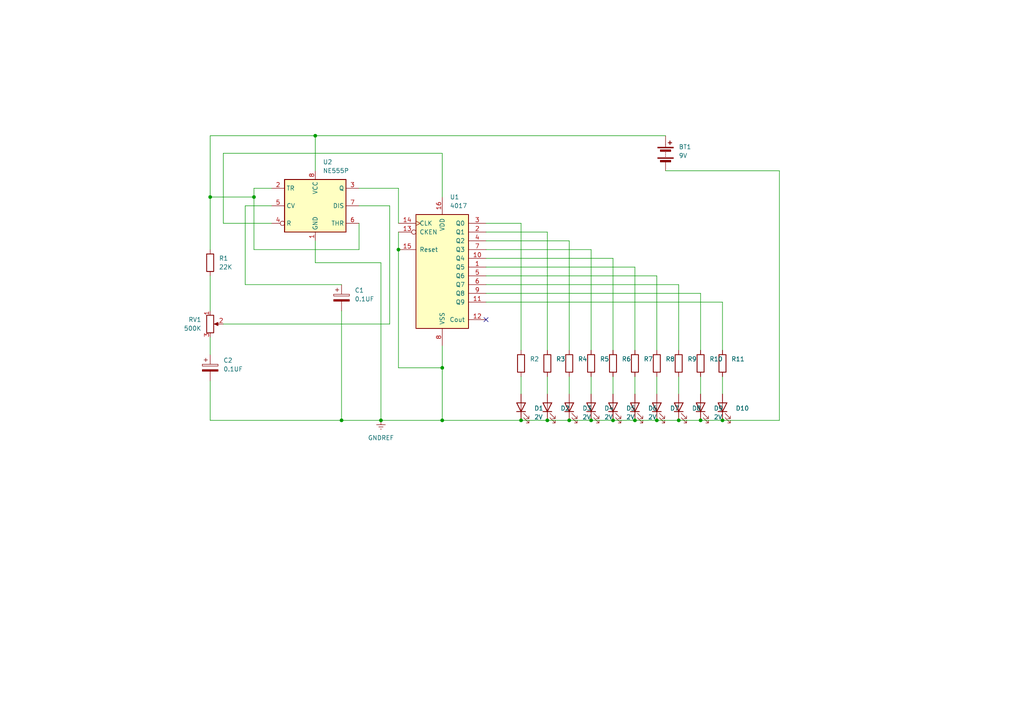
<source format=kicad_sch>
(kicad_sch
	(version 20231120)
	(generator "eeschema")
	(generator_version "8.0")
	(uuid "e7db9600-27c3-4af8-9e7b-d5aac6754b68")
	(paper "A4")
	(lib_symbols
		(symbol "4xxx:4017"
			(pin_names
				(offset 1.016)
			)
			(exclude_from_sim no)
			(in_bom yes)
			(on_board yes)
			(property "Reference" "U"
				(at -7.62 16.51 0)
				(effects
					(font
						(size 1.27 1.27)
					)
				)
			)
			(property "Value" "4017"
				(at -7.62 -19.05 0)
				(effects
					(font
						(size 1.27 1.27)
					)
				)
			)
			(property "Footprint" ""
				(at 0 0 0)
				(effects
					(font
						(size 1.27 1.27)
					)
					(hide yes)
				)
			)
			(property "Datasheet" "http://www.intersil.com/content/dam/Intersil/documents/cd40/cd4017bms-22bms.pdf"
				(at 0 0 0)
				(effects
					(font
						(size 1.27 1.27)
					)
					(hide yes)
				)
			)
			(property "Description" "Johnson Counter ( 10 outputs )"
				(at 0 0 0)
				(effects
					(font
						(size 1.27 1.27)
					)
					(hide yes)
				)
			)
			(property "ki_locked" ""
				(at 0 0 0)
				(effects
					(font
						(size 1.27 1.27)
					)
				)
			)
			(property "ki_keywords" "CNT CNT10"
				(at 0 0 0)
				(effects
					(font
						(size 1.27 1.27)
					)
					(hide yes)
				)
			)
			(property "ki_fp_filters" "DIP?16*"
				(at 0 0 0)
				(effects
					(font
						(size 1.27 1.27)
					)
					(hide yes)
				)
			)
			(symbol "4017_1_0"
				(pin output line
					(at 12.7 0 180)
					(length 5.08)
					(name "Q5"
						(effects
							(font
								(size 1.27 1.27)
							)
						)
					)
					(number "1"
						(effects
							(font
								(size 1.27 1.27)
							)
						)
					)
				)
				(pin output line
					(at 12.7 2.54 180)
					(length 5.08)
					(name "Q4"
						(effects
							(font
								(size 1.27 1.27)
							)
						)
					)
					(number "10"
						(effects
							(font
								(size 1.27 1.27)
							)
						)
					)
				)
				(pin output line
					(at 12.7 -10.16 180)
					(length 5.08)
					(name "Q9"
						(effects
							(font
								(size 1.27 1.27)
							)
						)
					)
					(number "11"
						(effects
							(font
								(size 1.27 1.27)
							)
						)
					)
				)
				(pin output line
					(at 12.7 -15.24 180)
					(length 5.08)
					(name "Cout"
						(effects
							(font
								(size 1.27 1.27)
							)
						)
					)
					(number "12"
						(effects
							(font
								(size 1.27 1.27)
							)
						)
					)
				)
				(pin input inverted
					(at -12.7 10.16 0)
					(length 5.08)
					(name "CKEN"
						(effects
							(font
								(size 1.27 1.27)
							)
						)
					)
					(number "13"
						(effects
							(font
								(size 1.27 1.27)
							)
						)
					)
				)
				(pin input clock
					(at -12.7 12.7 0)
					(length 5.08)
					(name "CLK"
						(effects
							(font
								(size 1.27 1.27)
							)
						)
					)
					(number "14"
						(effects
							(font
								(size 1.27 1.27)
							)
						)
					)
				)
				(pin input line
					(at -12.7 5.08 0)
					(length 5.08)
					(name "Reset"
						(effects
							(font
								(size 1.27 1.27)
							)
						)
					)
					(number "15"
						(effects
							(font
								(size 1.27 1.27)
							)
						)
					)
				)
				(pin power_in line
					(at 0 20.32 270)
					(length 5.08)
					(name "VDD"
						(effects
							(font
								(size 1.27 1.27)
							)
						)
					)
					(number "16"
						(effects
							(font
								(size 1.27 1.27)
							)
						)
					)
				)
				(pin output line
					(at 12.7 10.16 180)
					(length 5.08)
					(name "Q1"
						(effects
							(font
								(size 1.27 1.27)
							)
						)
					)
					(number "2"
						(effects
							(font
								(size 1.27 1.27)
							)
						)
					)
				)
				(pin output line
					(at 12.7 12.7 180)
					(length 5.08)
					(name "Q0"
						(effects
							(font
								(size 1.27 1.27)
							)
						)
					)
					(number "3"
						(effects
							(font
								(size 1.27 1.27)
							)
						)
					)
				)
				(pin output line
					(at 12.7 7.62 180)
					(length 5.08)
					(name "Q2"
						(effects
							(font
								(size 1.27 1.27)
							)
						)
					)
					(number "4"
						(effects
							(font
								(size 1.27 1.27)
							)
						)
					)
				)
				(pin output line
					(at 12.7 -2.54 180)
					(length 5.08)
					(name "Q6"
						(effects
							(font
								(size 1.27 1.27)
							)
						)
					)
					(number "5"
						(effects
							(font
								(size 1.27 1.27)
							)
						)
					)
				)
				(pin output line
					(at 12.7 -5.08 180)
					(length 5.08)
					(name "Q7"
						(effects
							(font
								(size 1.27 1.27)
							)
						)
					)
					(number "6"
						(effects
							(font
								(size 1.27 1.27)
							)
						)
					)
				)
				(pin output line
					(at 12.7 5.08 180)
					(length 5.08)
					(name "Q3"
						(effects
							(font
								(size 1.27 1.27)
							)
						)
					)
					(number "7"
						(effects
							(font
								(size 1.27 1.27)
							)
						)
					)
				)
				(pin power_in line
					(at 0 -22.86 90)
					(length 5.08)
					(name "VSS"
						(effects
							(font
								(size 1.27 1.27)
							)
						)
					)
					(number "8"
						(effects
							(font
								(size 1.27 1.27)
							)
						)
					)
				)
				(pin output line
					(at 12.7 -7.62 180)
					(length 5.08)
					(name "Q8"
						(effects
							(font
								(size 1.27 1.27)
							)
						)
					)
					(number "9"
						(effects
							(font
								(size 1.27 1.27)
							)
						)
					)
				)
			)
			(symbol "4017_1_1"
				(rectangle
					(start -7.62 15.24)
					(end 7.62 -17.78)
					(stroke
						(width 0.254)
						(type default)
					)
					(fill
						(type background)
					)
				)
			)
		)
		(symbol "Device:Battery"
			(pin_numbers hide)
			(pin_names
				(offset 0) hide)
			(exclude_from_sim no)
			(in_bom yes)
			(on_board yes)
			(property "Reference" "BT"
				(at 2.54 2.54 0)
				(effects
					(font
						(size 1.27 1.27)
					)
					(justify left)
				)
			)
			(property "Value" "Battery"
				(at 2.54 0 0)
				(effects
					(font
						(size 1.27 1.27)
					)
					(justify left)
				)
			)
			(property "Footprint" ""
				(at 0 1.524 90)
				(effects
					(font
						(size 1.27 1.27)
					)
					(hide yes)
				)
			)
			(property "Datasheet" "~"
				(at 0 1.524 90)
				(effects
					(font
						(size 1.27 1.27)
					)
					(hide yes)
				)
			)
			(property "Description" "Multiple-cell battery"
				(at 0 0 0)
				(effects
					(font
						(size 1.27 1.27)
					)
					(hide yes)
				)
			)
			(property "ki_keywords" "batt voltage-source cell"
				(at 0 0 0)
				(effects
					(font
						(size 1.27 1.27)
					)
					(hide yes)
				)
			)
			(symbol "Battery_0_1"
				(rectangle
					(start -2.286 -1.27)
					(end 2.286 -1.524)
					(stroke
						(width 0)
						(type default)
					)
					(fill
						(type outline)
					)
				)
				(rectangle
					(start -2.286 1.778)
					(end 2.286 1.524)
					(stroke
						(width 0)
						(type default)
					)
					(fill
						(type outline)
					)
				)
				(rectangle
					(start -1.524 -2.032)
					(end 1.524 -2.54)
					(stroke
						(width 0)
						(type default)
					)
					(fill
						(type outline)
					)
				)
				(rectangle
					(start -1.524 1.016)
					(end 1.524 0.508)
					(stroke
						(width 0)
						(type default)
					)
					(fill
						(type outline)
					)
				)
				(polyline
					(pts
						(xy 0 -1.016) (xy 0 -0.762)
					)
					(stroke
						(width 0)
						(type default)
					)
					(fill
						(type none)
					)
				)
				(polyline
					(pts
						(xy 0 -0.508) (xy 0 -0.254)
					)
					(stroke
						(width 0)
						(type default)
					)
					(fill
						(type none)
					)
				)
				(polyline
					(pts
						(xy 0 0) (xy 0 0.254)
					)
					(stroke
						(width 0)
						(type default)
					)
					(fill
						(type none)
					)
				)
				(polyline
					(pts
						(xy 0 1.778) (xy 0 2.54)
					)
					(stroke
						(width 0)
						(type default)
					)
					(fill
						(type none)
					)
				)
				(polyline
					(pts
						(xy 0.762 3.048) (xy 1.778 3.048)
					)
					(stroke
						(width 0.254)
						(type default)
					)
					(fill
						(type none)
					)
				)
				(polyline
					(pts
						(xy 1.27 3.556) (xy 1.27 2.54)
					)
					(stroke
						(width 0.254)
						(type default)
					)
					(fill
						(type none)
					)
				)
			)
			(symbol "Battery_1_1"
				(pin passive line
					(at 0 5.08 270)
					(length 2.54)
					(name "+"
						(effects
							(font
								(size 1.27 1.27)
							)
						)
					)
					(number "1"
						(effects
							(font
								(size 1.27 1.27)
							)
						)
					)
				)
				(pin passive line
					(at 0 -5.08 90)
					(length 2.54)
					(name "-"
						(effects
							(font
								(size 1.27 1.27)
							)
						)
					)
					(number "2"
						(effects
							(font
								(size 1.27 1.27)
							)
						)
					)
				)
			)
		)
		(symbol "Device:C_Polarized"
			(pin_numbers hide)
			(pin_names
				(offset 0.254)
			)
			(exclude_from_sim no)
			(in_bom yes)
			(on_board yes)
			(property "Reference" "C"
				(at 0.635 2.54 0)
				(effects
					(font
						(size 1.27 1.27)
					)
					(justify left)
				)
			)
			(property "Value" "C_Polarized"
				(at 0.635 -2.54 0)
				(effects
					(font
						(size 1.27 1.27)
					)
					(justify left)
				)
			)
			(property "Footprint" ""
				(at 0.9652 -3.81 0)
				(effects
					(font
						(size 1.27 1.27)
					)
					(hide yes)
				)
			)
			(property "Datasheet" "~"
				(at 0 0 0)
				(effects
					(font
						(size 1.27 1.27)
					)
					(hide yes)
				)
			)
			(property "Description" "Polarized capacitor"
				(at 0 0 0)
				(effects
					(font
						(size 1.27 1.27)
					)
					(hide yes)
				)
			)
			(property "ki_keywords" "cap capacitor"
				(at 0 0 0)
				(effects
					(font
						(size 1.27 1.27)
					)
					(hide yes)
				)
			)
			(property "ki_fp_filters" "CP_*"
				(at 0 0 0)
				(effects
					(font
						(size 1.27 1.27)
					)
					(hide yes)
				)
			)
			(symbol "C_Polarized_0_1"
				(rectangle
					(start -2.286 0.508)
					(end 2.286 1.016)
					(stroke
						(width 0)
						(type default)
					)
					(fill
						(type none)
					)
				)
				(polyline
					(pts
						(xy -1.778 2.286) (xy -0.762 2.286)
					)
					(stroke
						(width 0)
						(type default)
					)
					(fill
						(type none)
					)
				)
				(polyline
					(pts
						(xy -1.27 2.794) (xy -1.27 1.778)
					)
					(stroke
						(width 0)
						(type default)
					)
					(fill
						(type none)
					)
				)
				(rectangle
					(start 2.286 -0.508)
					(end -2.286 -1.016)
					(stroke
						(width 0)
						(type default)
					)
					(fill
						(type outline)
					)
				)
			)
			(symbol "C_Polarized_1_1"
				(pin passive line
					(at 0 3.81 270)
					(length 2.794)
					(name "~"
						(effects
							(font
								(size 1.27 1.27)
							)
						)
					)
					(number "1"
						(effects
							(font
								(size 1.27 1.27)
							)
						)
					)
				)
				(pin passive line
					(at 0 -3.81 90)
					(length 2.794)
					(name "~"
						(effects
							(font
								(size 1.27 1.27)
							)
						)
					)
					(number "2"
						(effects
							(font
								(size 1.27 1.27)
							)
						)
					)
				)
			)
		)
		(symbol "Device:LED"
			(pin_numbers hide)
			(pin_names
				(offset 1.016) hide)
			(exclude_from_sim no)
			(in_bom yes)
			(on_board yes)
			(property "Reference" "D"
				(at 0 2.54 0)
				(effects
					(font
						(size 1.27 1.27)
					)
				)
			)
			(property "Value" "LED"
				(at 0 -2.54 0)
				(effects
					(font
						(size 1.27 1.27)
					)
				)
			)
			(property "Footprint" ""
				(at 0 0 0)
				(effects
					(font
						(size 1.27 1.27)
					)
					(hide yes)
				)
			)
			(property "Datasheet" "~"
				(at 0 0 0)
				(effects
					(font
						(size 1.27 1.27)
					)
					(hide yes)
				)
			)
			(property "Description" "Light emitting diode"
				(at 0 0 0)
				(effects
					(font
						(size 1.27 1.27)
					)
					(hide yes)
				)
			)
			(property "ki_keywords" "LED diode"
				(at 0 0 0)
				(effects
					(font
						(size 1.27 1.27)
					)
					(hide yes)
				)
			)
			(property "ki_fp_filters" "LED* LED_SMD:* LED_THT:*"
				(at 0 0 0)
				(effects
					(font
						(size 1.27 1.27)
					)
					(hide yes)
				)
			)
			(symbol "LED_0_1"
				(polyline
					(pts
						(xy -1.27 -1.27) (xy -1.27 1.27)
					)
					(stroke
						(width 0.254)
						(type default)
					)
					(fill
						(type none)
					)
				)
				(polyline
					(pts
						(xy -1.27 0) (xy 1.27 0)
					)
					(stroke
						(width 0)
						(type default)
					)
					(fill
						(type none)
					)
				)
				(polyline
					(pts
						(xy 1.27 -1.27) (xy 1.27 1.27) (xy -1.27 0) (xy 1.27 -1.27)
					)
					(stroke
						(width 0.254)
						(type default)
					)
					(fill
						(type none)
					)
				)
				(polyline
					(pts
						(xy -3.048 -0.762) (xy -4.572 -2.286) (xy -3.81 -2.286) (xy -4.572 -2.286) (xy -4.572 -1.524)
					)
					(stroke
						(width 0)
						(type default)
					)
					(fill
						(type none)
					)
				)
				(polyline
					(pts
						(xy -1.778 -0.762) (xy -3.302 -2.286) (xy -2.54 -2.286) (xy -3.302 -2.286) (xy -3.302 -1.524)
					)
					(stroke
						(width 0)
						(type default)
					)
					(fill
						(type none)
					)
				)
			)
			(symbol "LED_1_1"
				(pin passive line
					(at -3.81 0 0)
					(length 2.54)
					(name "K"
						(effects
							(font
								(size 1.27 1.27)
							)
						)
					)
					(number "1"
						(effects
							(font
								(size 1.27 1.27)
							)
						)
					)
				)
				(pin passive line
					(at 3.81 0 180)
					(length 2.54)
					(name "A"
						(effects
							(font
								(size 1.27 1.27)
							)
						)
					)
					(number "2"
						(effects
							(font
								(size 1.27 1.27)
							)
						)
					)
				)
			)
		)
		(symbol "Device:R"
			(pin_numbers hide)
			(pin_names
				(offset 0)
			)
			(exclude_from_sim no)
			(in_bom yes)
			(on_board yes)
			(property "Reference" "R"
				(at 2.032 0 90)
				(effects
					(font
						(size 1.27 1.27)
					)
				)
			)
			(property "Value" "R"
				(at 0 0 90)
				(effects
					(font
						(size 1.27 1.27)
					)
				)
			)
			(property "Footprint" ""
				(at -1.778 0 90)
				(effects
					(font
						(size 1.27 1.27)
					)
					(hide yes)
				)
			)
			(property "Datasheet" "~"
				(at 0 0 0)
				(effects
					(font
						(size 1.27 1.27)
					)
					(hide yes)
				)
			)
			(property "Description" "Resistor"
				(at 0 0 0)
				(effects
					(font
						(size 1.27 1.27)
					)
					(hide yes)
				)
			)
			(property "ki_keywords" "R res resistor"
				(at 0 0 0)
				(effects
					(font
						(size 1.27 1.27)
					)
					(hide yes)
				)
			)
			(property "ki_fp_filters" "R_*"
				(at 0 0 0)
				(effects
					(font
						(size 1.27 1.27)
					)
					(hide yes)
				)
			)
			(symbol "R_0_1"
				(rectangle
					(start -1.016 -2.54)
					(end 1.016 2.54)
					(stroke
						(width 0.254)
						(type default)
					)
					(fill
						(type none)
					)
				)
			)
			(symbol "R_1_1"
				(pin passive line
					(at 0 3.81 270)
					(length 1.27)
					(name "~"
						(effects
							(font
								(size 1.27 1.27)
							)
						)
					)
					(number "1"
						(effects
							(font
								(size 1.27 1.27)
							)
						)
					)
				)
				(pin passive line
					(at 0 -3.81 90)
					(length 1.27)
					(name "~"
						(effects
							(font
								(size 1.27 1.27)
							)
						)
					)
					(number "2"
						(effects
							(font
								(size 1.27 1.27)
							)
						)
					)
				)
			)
		)
		(symbol "Device:R_Potentiometer"
			(pin_names
				(offset 1.016) hide)
			(exclude_from_sim no)
			(in_bom yes)
			(on_board yes)
			(property "Reference" "RV"
				(at -4.445 0 90)
				(effects
					(font
						(size 1.27 1.27)
					)
				)
			)
			(property "Value" "R_Potentiometer"
				(at -2.54 0 90)
				(effects
					(font
						(size 1.27 1.27)
					)
				)
			)
			(property "Footprint" ""
				(at 0 0 0)
				(effects
					(font
						(size 1.27 1.27)
					)
					(hide yes)
				)
			)
			(property "Datasheet" "~"
				(at 0 0 0)
				(effects
					(font
						(size 1.27 1.27)
					)
					(hide yes)
				)
			)
			(property "Description" "Potentiometer"
				(at 0 0 0)
				(effects
					(font
						(size 1.27 1.27)
					)
					(hide yes)
				)
			)
			(property "ki_keywords" "resistor variable"
				(at 0 0 0)
				(effects
					(font
						(size 1.27 1.27)
					)
					(hide yes)
				)
			)
			(property "ki_fp_filters" "Potentiometer*"
				(at 0 0 0)
				(effects
					(font
						(size 1.27 1.27)
					)
					(hide yes)
				)
			)
			(symbol "R_Potentiometer_0_1"
				(polyline
					(pts
						(xy 2.54 0) (xy 1.524 0)
					)
					(stroke
						(width 0)
						(type default)
					)
					(fill
						(type none)
					)
				)
				(polyline
					(pts
						(xy 1.143 0) (xy 2.286 0.508) (xy 2.286 -0.508) (xy 1.143 0)
					)
					(stroke
						(width 0)
						(type default)
					)
					(fill
						(type outline)
					)
				)
				(rectangle
					(start 1.016 2.54)
					(end -1.016 -2.54)
					(stroke
						(width 0.254)
						(type default)
					)
					(fill
						(type none)
					)
				)
			)
			(symbol "R_Potentiometer_1_1"
				(pin passive line
					(at 0 3.81 270)
					(length 1.27)
					(name "1"
						(effects
							(font
								(size 1.27 1.27)
							)
						)
					)
					(number "1"
						(effects
							(font
								(size 1.27 1.27)
							)
						)
					)
				)
				(pin passive line
					(at 3.81 0 180)
					(length 1.27)
					(name "2"
						(effects
							(font
								(size 1.27 1.27)
							)
						)
					)
					(number "2"
						(effects
							(font
								(size 1.27 1.27)
							)
						)
					)
				)
				(pin passive line
					(at 0 -3.81 90)
					(length 1.27)
					(name "3"
						(effects
							(font
								(size 1.27 1.27)
							)
						)
					)
					(number "3"
						(effects
							(font
								(size 1.27 1.27)
							)
						)
					)
				)
			)
		)
		(symbol "Timer:NE555P"
			(exclude_from_sim no)
			(in_bom yes)
			(on_board yes)
			(property "Reference" "U"
				(at -10.16 8.89 0)
				(effects
					(font
						(size 1.27 1.27)
					)
					(justify left)
				)
			)
			(property "Value" "NE555P"
				(at 2.54 8.89 0)
				(effects
					(font
						(size 1.27 1.27)
					)
					(justify left)
				)
			)
			(property "Footprint" "Package_DIP:DIP-8_W7.62mm"
				(at 16.51 -10.16 0)
				(effects
					(font
						(size 1.27 1.27)
					)
					(hide yes)
				)
			)
			(property "Datasheet" "http://www.ti.com/lit/ds/symlink/ne555.pdf"
				(at 21.59 -10.16 0)
				(effects
					(font
						(size 1.27 1.27)
					)
					(hide yes)
				)
			)
			(property "Description" "Precision Timers, 555 compatible,  PDIP-8"
				(at 0 0 0)
				(effects
					(font
						(size 1.27 1.27)
					)
					(hide yes)
				)
			)
			(property "ki_keywords" "single timer 555"
				(at 0 0 0)
				(effects
					(font
						(size 1.27 1.27)
					)
					(hide yes)
				)
			)
			(property "ki_fp_filters" "DIP*W7.62mm*"
				(at 0 0 0)
				(effects
					(font
						(size 1.27 1.27)
					)
					(hide yes)
				)
			)
			(symbol "NE555P_0_0"
				(pin power_in line
					(at 0 -10.16 90)
					(length 2.54)
					(name "GND"
						(effects
							(font
								(size 1.27 1.27)
							)
						)
					)
					(number "1"
						(effects
							(font
								(size 1.27 1.27)
							)
						)
					)
				)
				(pin power_in line
					(at 0 10.16 270)
					(length 2.54)
					(name "VCC"
						(effects
							(font
								(size 1.27 1.27)
							)
						)
					)
					(number "8"
						(effects
							(font
								(size 1.27 1.27)
							)
						)
					)
				)
			)
			(symbol "NE555P_0_1"
				(rectangle
					(start -8.89 -7.62)
					(end 8.89 7.62)
					(stroke
						(width 0.254)
						(type default)
					)
					(fill
						(type background)
					)
				)
				(rectangle
					(start -8.89 -7.62)
					(end 8.89 7.62)
					(stroke
						(width 0.254)
						(type default)
					)
					(fill
						(type background)
					)
				)
			)
			(symbol "NE555P_1_1"
				(pin input line
					(at -12.7 5.08 0)
					(length 3.81)
					(name "TR"
						(effects
							(font
								(size 1.27 1.27)
							)
						)
					)
					(number "2"
						(effects
							(font
								(size 1.27 1.27)
							)
						)
					)
				)
				(pin output line
					(at 12.7 5.08 180)
					(length 3.81)
					(name "Q"
						(effects
							(font
								(size 1.27 1.27)
							)
						)
					)
					(number "3"
						(effects
							(font
								(size 1.27 1.27)
							)
						)
					)
				)
				(pin input inverted
					(at -12.7 -5.08 0)
					(length 3.81)
					(name "R"
						(effects
							(font
								(size 1.27 1.27)
							)
						)
					)
					(number "4"
						(effects
							(font
								(size 1.27 1.27)
							)
						)
					)
				)
				(pin input line
					(at -12.7 0 0)
					(length 3.81)
					(name "CV"
						(effects
							(font
								(size 1.27 1.27)
							)
						)
					)
					(number "5"
						(effects
							(font
								(size 1.27 1.27)
							)
						)
					)
				)
				(pin input line
					(at 12.7 -5.08 180)
					(length 3.81)
					(name "THR"
						(effects
							(font
								(size 1.27 1.27)
							)
						)
					)
					(number "6"
						(effects
							(font
								(size 1.27 1.27)
							)
						)
					)
				)
				(pin input line
					(at 12.7 0 180)
					(length 3.81)
					(name "DIS"
						(effects
							(font
								(size 1.27 1.27)
							)
						)
					)
					(number "7"
						(effects
							(font
								(size 1.27 1.27)
							)
						)
					)
				)
			)
		)
		(symbol "power:GNDREF"
			(power)
			(pin_numbers hide)
			(pin_names
				(offset 0) hide)
			(exclude_from_sim no)
			(in_bom yes)
			(on_board yes)
			(property "Reference" "#PWR"
				(at 0 -6.35 0)
				(effects
					(font
						(size 1.27 1.27)
					)
					(hide yes)
				)
			)
			(property "Value" "GNDREF"
				(at 0 -3.81 0)
				(effects
					(font
						(size 1.27 1.27)
					)
				)
			)
			(property "Footprint" ""
				(at 0 0 0)
				(effects
					(font
						(size 1.27 1.27)
					)
					(hide yes)
				)
			)
			(property "Datasheet" ""
				(at 0 0 0)
				(effects
					(font
						(size 1.27 1.27)
					)
					(hide yes)
				)
			)
			(property "Description" "Power symbol creates a global label with name \"GNDREF\" , reference supply ground"
				(at 0 0 0)
				(effects
					(font
						(size 1.27 1.27)
					)
					(hide yes)
				)
			)
			(property "ki_keywords" "global power"
				(at 0 0 0)
				(effects
					(font
						(size 1.27 1.27)
					)
					(hide yes)
				)
			)
			(symbol "GNDREF_0_1"
				(polyline
					(pts
						(xy -0.635 -1.905) (xy 0.635 -1.905)
					)
					(stroke
						(width 0)
						(type default)
					)
					(fill
						(type none)
					)
				)
				(polyline
					(pts
						(xy -0.127 -2.54) (xy 0.127 -2.54)
					)
					(stroke
						(width 0)
						(type default)
					)
					(fill
						(type none)
					)
				)
				(polyline
					(pts
						(xy 0 -1.27) (xy 0 0)
					)
					(stroke
						(width 0)
						(type default)
					)
					(fill
						(type none)
					)
				)
				(polyline
					(pts
						(xy 1.27 -1.27) (xy -1.27 -1.27)
					)
					(stroke
						(width 0)
						(type default)
					)
					(fill
						(type none)
					)
				)
			)
			(symbol "GNDREF_1_1"
				(pin power_in line
					(at 0 0 270)
					(length 0)
					(name "~"
						(effects
							(font
								(size 1.27 1.27)
							)
						)
					)
					(number "1"
						(effects
							(font
								(size 1.27 1.27)
							)
						)
					)
				)
			)
		)
	)
	(junction
		(at 115.57 72.39)
		(diameter 0)
		(color 0 0 0 0)
		(uuid "0239e0cf-1e76-431b-99c2-0f7955c01243")
	)
	(junction
		(at 73.66 57.15)
		(diameter 0)
		(color 0 0 0 0)
		(uuid "0acc8dd8-5077-45a1-8072-ac60a462c49e")
	)
	(junction
		(at 184.15 121.92)
		(diameter 0)
		(color 0 0 0 0)
		(uuid "2001ba17-5b8f-488d-9c91-db81d1674322")
	)
	(junction
		(at 91.44 39.37)
		(diameter 0)
		(color 0 0 0 0)
		(uuid "32862789-bffd-4782-a433-901c3bfd092c")
	)
	(junction
		(at 190.5 121.92)
		(diameter 0)
		(color 0 0 0 0)
		(uuid "3acfd2db-d02d-4235-a67e-fad22d7da61f")
	)
	(junction
		(at 196.85 121.92)
		(diameter 0)
		(color 0 0 0 0)
		(uuid "615ffd76-d64e-4bb4-bfdc-cf91896b8025")
	)
	(junction
		(at 203.2 121.92)
		(diameter 0)
		(color 0 0 0 0)
		(uuid "75dab944-70da-45d0-bf1c-aa07f06d0372")
	)
	(junction
		(at 158.75 121.92)
		(diameter 0)
		(color 0 0 0 0)
		(uuid "7732abf2-cf1f-4959-bd44-806b5bf811a0")
	)
	(junction
		(at 60.96 57.15)
		(diameter 0)
		(color 0 0 0 0)
		(uuid "77d7184a-a267-469c-a46d-15da14711f1a")
	)
	(junction
		(at 177.8 121.92)
		(diameter 0)
		(color 0 0 0 0)
		(uuid "7b275da8-95b9-4eb4-8e01-56bb57af399c")
	)
	(junction
		(at 165.1 121.92)
		(diameter 0)
		(color 0 0 0 0)
		(uuid "7d697b45-1cfe-4e3f-9bf7-e0e8fea0d9ea")
	)
	(junction
		(at 209.55 121.92)
		(diameter 0)
		(color 0 0 0 0)
		(uuid "8cecf539-4c50-48ac-80b1-1f7c423f61b0")
	)
	(junction
		(at 151.13 121.92)
		(diameter 0)
		(color 0 0 0 0)
		(uuid "ace3f095-efd9-488e-be80-b79e8c25f43b")
	)
	(junction
		(at 171.45 121.92)
		(diameter 0)
		(color 0 0 0 0)
		(uuid "afc4e860-03a4-48c7-bf22-f60891ab622b")
	)
	(junction
		(at 128.27 106.68)
		(diameter 0)
		(color 0 0 0 0)
		(uuid "c39b275d-5bb1-4503-8f0f-9dac580b4a4f")
	)
	(junction
		(at 110.49 121.92)
		(diameter 0)
		(color 0 0 0 0)
		(uuid "c73cc950-1a8a-4fc1-88b3-07af1bd90736")
	)
	(junction
		(at 99.06 121.92)
		(diameter 0)
		(color 0 0 0 0)
		(uuid "c74d6524-28f6-48c4-89ee-fb1f7f50f1f6")
	)
	(junction
		(at 128.27 121.92)
		(diameter 0)
		(color 0 0 0 0)
		(uuid "cf77788c-f709-41c9-b19e-aa1d6c05365e")
	)
	(no_connect
		(at 140.97 92.71)
		(uuid "3b83ae42-d8ed-4b62-8413-5f0ae10f61a2")
	)
	(wire
		(pts
			(xy 73.66 72.39) (xy 104.14 72.39)
		)
		(stroke
			(width 0)
			(type default)
		)
		(uuid "05ae0ca7-30ef-403c-82cc-b4e22e44198a")
	)
	(wire
		(pts
			(xy 158.75 121.92) (xy 165.1 121.92)
		)
		(stroke
			(width 0)
			(type default)
		)
		(uuid "05e3cb60-c3e9-42ab-b0ff-459d092967e8")
	)
	(wire
		(pts
			(xy 203.2 85.09) (xy 203.2 101.6)
		)
		(stroke
			(width 0)
			(type default)
		)
		(uuid "0d0f5fba-7e79-4766-820e-49e3d8d3e5a9")
	)
	(wire
		(pts
			(xy 115.57 54.61) (xy 115.57 64.77)
		)
		(stroke
			(width 0)
			(type default)
		)
		(uuid "118aac84-d75f-43e6-a5a3-7a7cb019e029")
	)
	(wire
		(pts
			(xy 104.14 72.39) (xy 104.14 64.77)
		)
		(stroke
			(width 0)
			(type default)
		)
		(uuid "120307cd-8e16-4f9b-abf5-a7244e18d868")
	)
	(wire
		(pts
			(xy 78.74 54.61) (xy 73.66 54.61)
		)
		(stroke
			(width 0)
			(type default)
		)
		(uuid "1229cd90-8e29-4964-ac88-33a07959eee9")
	)
	(wire
		(pts
			(xy 140.97 64.77) (xy 151.13 64.77)
		)
		(stroke
			(width 0)
			(type default)
		)
		(uuid "1279c0c6-dbce-47a9-b7b7-c9b63f4ff875")
	)
	(wire
		(pts
			(xy 171.45 109.22) (xy 171.45 114.3)
		)
		(stroke
			(width 0)
			(type default)
		)
		(uuid "1336f262-e670-4dd8-a377-e6171058f8d8")
	)
	(wire
		(pts
			(xy 113.03 59.69) (xy 113.03 93.98)
		)
		(stroke
			(width 0)
			(type default)
		)
		(uuid "17b17a7d-2334-46e4-8650-51dbdc739647")
	)
	(wire
		(pts
			(xy 115.57 72.39) (xy 115.57 106.68)
		)
		(stroke
			(width 0)
			(type default)
		)
		(uuid "1f0d43b4-e8e5-4404-83d7-fce0837a1637")
	)
	(wire
		(pts
			(xy 115.57 106.68) (xy 128.27 106.68)
		)
		(stroke
			(width 0)
			(type default)
		)
		(uuid "21408e91-c886-4849-b5fb-e1d2ba3c56c7")
	)
	(wire
		(pts
			(xy 60.96 97.79) (xy 60.96 102.87)
		)
		(stroke
			(width 0)
			(type default)
		)
		(uuid "26add73b-1d1f-4b48-95c1-079fdf100e00")
	)
	(wire
		(pts
			(xy 110.49 76.2) (xy 110.49 121.92)
		)
		(stroke
			(width 0)
			(type default)
		)
		(uuid "2dfd66c8-7743-4f8c-a4c8-0cad64e419e6")
	)
	(wire
		(pts
			(xy 99.06 121.92) (xy 110.49 121.92)
		)
		(stroke
			(width 0)
			(type default)
		)
		(uuid "2e5d3536-276e-4e01-9188-c66988fd1523")
	)
	(wire
		(pts
			(xy 177.8 74.93) (xy 177.8 101.6)
		)
		(stroke
			(width 0)
			(type default)
		)
		(uuid "30fdf1bd-e875-4437-95e9-cc38471add6c")
	)
	(wire
		(pts
			(xy 78.74 59.69) (xy 71.12 59.69)
		)
		(stroke
			(width 0)
			(type default)
		)
		(uuid "3bb883e9-76e5-40d5-b03b-4a6a6641b450")
	)
	(wire
		(pts
			(xy 209.55 109.22) (xy 209.55 114.3)
		)
		(stroke
			(width 0)
			(type default)
		)
		(uuid "43b2c699-ebce-4c75-a3ca-888c28b31891")
	)
	(wire
		(pts
			(xy 151.13 64.77) (xy 151.13 101.6)
		)
		(stroke
			(width 0)
			(type default)
		)
		(uuid "4428cb09-0bd2-4caf-970c-f215958fd3cf")
	)
	(wire
		(pts
			(xy 104.14 59.69) (xy 113.03 59.69)
		)
		(stroke
			(width 0)
			(type default)
		)
		(uuid "4a1acf79-5b9c-40e7-b8f8-0a4e6df48f31")
	)
	(wire
		(pts
			(xy 64.77 64.77) (xy 64.77 44.45)
		)
		(stroke
			(width 0)
			(type default)
		)
		(uuid "4bdcc357-3d6a-4711-b1f8-500bb70ba457")
	)
	(wire
		(pts
			(xy 71.12 82.55) (xy 99.06 82.55)
		)
		(stroke
			(width 0)
			(type default)
		)
		(uuid "51b549c8-36cb-4cdd-ad78-2b669becd064")
	)
	(wire
		(pts
			(xy 99.06 90.17) (xy 99.06 121.92)
		)
		(stroke
			(width 0)
			(type default)
		)
		(uuid "53958bd8-ea3d-46d7-b8c3-47964d5a9f84")
	)
	(wire
		(pts
			(xy 140.97 87.63) (xy 209.55 87.63)
		)
		(stroke
			(width 0)
			(type default)
		)
		(uuid "54056e27-485f-4801-b060-73015d3040e5")
	)
	(wire
		(pts
			(xy 193.04 49.53) (xy 226.06 49.53)
		)
		(stroke
			(width 0)
			(type default)
		)
		(uuid "5439c1da-e8b9-4be9-9ae6-4ff32c734f78")
	)
	(wire
		(pts
			(xy 177.8 109.22) (xy 177.8 114.3)
		)
		(stroke
			(width 0)
			(type default)
		)
		(uuid "58cc9425-73e9-4571-9697-a73bea807724")
	)
	(wire
		(pts
			(xy 91.44 69.85) (xy 91.44 76.2)
		)
		(stroke
			(width 0)
			(type default)
		)
		(uuid "5bdb0195-80b9-4dfb-8ca8-5a82f4e992ba")
	)
	(wire
		(pts
			(xy 60.96 80.01) (xy 60.96 90.17)
		)
		(stroke
			(width 0)
			(type default)
		)
		(uuid "63975da3-5422-422f-a346-f446b7a82525")
	)
	(wire
		(pts
			(xy 91.44 49.53) (xy 91.44 39.37)
		)
		(stroke
			(width 0)
			(type default)
		)
		(uuid "646ab141-23d7-4fac-914b-5c79d4c28f11")
	)
	(wire
		(pts
			(xy 60.96 57.15) (xy 60.96 39.37)
		)
		(stroke
			(width 0)
			(type default)
		)
		(uuid "6584560f-6270-422a-83f2-30507512dab0")
	)
	(wire
		(pts
			(xy 71.12 59.69) (xy 71.12 82.55)
		)
		(stroke
			(width 0)
			(type default)
		)
		(uuid "66e3bd51-8318-4382-934f-6f15af5d0f6d")
	)
	(wire
		(pts
			(xy 140.97 72.39) (xy 171.45 72.39)
		)
		(stroke
			(width 0)
			(type default)
		)
		(uuid "6935fa89-361c-4216-9e66-4f3d2a54a458")
	)
	(wire
		(pts
			(xy 73.66 57.15) (xy 60.96 57.15)
		)
		(stroke
			(width 0)
			(type default)
		)
		(uuid "699cacfd-2cbb-4c03-a968-d722d39b8fef")
	)
	(wire
		(pts
			(xy 177.8 121.92) (xy 184.15 121.92)
		)
		(stroke
			(width 0)
			(type default)
		)
		(uuid "6b48933e-5c6a-4e71-bdb4-3fa38d84a4ff")
	)
	(wire
		(pts
			(xy 73.66 54.61) (xy 73.66 57.15)
		)
		(stroke
			(width 0)
			(type default)
		)
		(uuid "6e63e1c1-a720-46c9-bd53-1328a0589247")
	)
	(wire
		(pts
			(xy 140.97 85.09) (xy 203.2 85.09)
		)
		(stroke
			(width 0)
			(type default)
		)
		(uuid "6f605f36-bc11-4385-9315-be8f29f48be3")
	)
	(wire
		(pts
			(xy 209.55 87.63) (xy 209.55 101.6)
		)
		(stroke
			(width 0)
			(type default)
		)
		(uuid "79e5e6c0-cd4d-41b0-a62d-a30530aac024")
	)
	(wire
		(pts
			(xy 91.44 76.2) (xy 110.49 76.2)
		)
		(stroke
			(width 0)
			(type default)
		)
		(uuid "7bbea849-022b-4c25-8ec6-066bf8cdb90b")
	)
	(wire
		(pts
			(xy 140.97 67.31) (xy 158.75 67.31)
		)
		(stroke
			(width 0)
			(type default)
		)
		(uuid "7ea9857a-5a4a-4135-b00b-c3ff133c43d9")
	)
	(wire
		(pts
			(xy 158.75 67.31) (xy 158.75 101.6)
		)
		(stroke
			(width 0)
			(type default)
		)
		(uuid "7ff83a2c-6d89-4834-abc0-478bc86ecdf7")
	)
	(wire
		(pts
			(xy 184.15 109.22) (xy 184.15 114.3)
		)
		(stroke
			(width 0)
			(type default)
		)
		(uuid "871c2f93-6cd1-4356-8ffd-053068ddf153")
	)
	(wire
		(pts
			(xy 140.97 80.01) (xy 190.5 80.01)
		)
		(stroke
			(width 0)
			(type default)
		)
		(uuid "897a41ec-9e25-499b-84f4-c32b5abac0c1")
	)
	(wire
		(pts
			(xy 64.77 93.98) (xy 113.03 93.98)
		)
		(stroke
			(width 0)
			(type default)
		)
		(uuid "8a09974d-10ba-4f43-aa93-3a1d3f583c5c")
	)
	(wire
		(pts
			(xy 73.66 57.15) (xy 73.66 72.39)
		)
		(stroke
			(width 0)
			(type default)
		)
		(uuid "8a70b23f-c057-4429-bee2-0c5882e38256")
	)
	(wire
		(pts
			(xy 171.45 121.92) (xy 177.8 121.92)
		)
		(stroke
			(width 0)
			(type default)
		)
		(uuid "9033ad53-4d01-4a62-a654-e9fa9aee64b7")
	)
	(wire
		(pts
			(xy 140.97 82.55) (xy 196.85 82.55)
		)
		(stroke
			(width 0)
			(type default)
		)
		(uuid "972b0d6c-39e3-4cc9-a93d-18122afcad74")
	)
	(wire
		(pts
			(xy 128.27 44.45) (xy 128.27 57.15)
		)
		(stroke
			(width 0)
			(type default)
		)
		(uuid "99e41949-f6cf-4a4b-8784-3eebda363a0f")
	)
	(wire
		(pts
			(xy 140.97 74.93) (xy 177.8 74.93)
		)
		(stroke
			(width 0)
			(type default)
		)
		(uuid "9a4c1b63-3eac-4c4e-a344-22ce3b9f7d95")
	)
	(wire
		(pts
			(xy 91.44 39.37) (xy 193.04 39.37)
		)
		(stroke
			(width 0)
			(type default)
		)
		(uuid "9c0ffde0-59ff-4509-8ea0-f3fca00710d1")
	)
	(wire
		(pts
			(xy 128.27 106.68) (xy 128.27 121.92)
		)
		(stroke
			(width 0)
			(type default)
		)
		(uuid "9df298ab-0dcf-4b9f-b0f4-c3a805c6a8ca")
	)
	(wire
		(pts
			(xy 60.96 110.49) (xy 60.96 121.92)
		)
		(stroke
			(width 0)
			(type default)
		)
		(uuid "9e8494ba-ca07-4f59-a342-8b91c5bff4a6")
	)
	(wire
		(pts
			(xy 140.97 77.47) (xy 184.15 77.47)
		)
		(stroke
			(width 0)
			(type default)
		)
		(uuid "a3fc0ed2-8b55-48c9-a6e6-2819a09275ac")
	)
	(wire
		(pts
			(xy 151.13 109.22) (xy 151.13 114.3)
		)
		(stroke
			(width 0)
			(type default)
		)
		(uuid "a4b4c5a8-2fbf-46c1-9a6e-8f33b48c97a9")
	)
	(wire
		(pts
			(xy 184.15 77.47) (xy 184.15 101.6)
		)
		(stroke
			(width 0)
			(type default)
		)
		(uuid "a91a05eb-d67e-4e3f-9a24-631c9864c48f")
	)
	(wire
		(pts
			(xy 165.1 109.22) (xy 165.1 114.3)
		)
		(stroke
			(width 0)
			(type default)
		)
		(uuid "ae0b6a43-8739-4274-8136-9369f47be680")
	)
	(wire
		(pts
			(xy 115.57 67.31) (xy 115.57 72.39)
		)
		(stroke
			(width 0)
			(type default)
		)
		(uuid "afe5936f-d834-462a-97c0-2c59a7b26ded")
	)
	(wire
		(pts
			(xy 165.1 121.92) (xy 171.45 121.92)
		)
		(stroke
			(width 0)
			(type default)
		)
		(uuid "b0d78c4b-195f-4818-b74b-d61db470be7e")
	)
	(wire
		(pts
			(xy 78.74 64.77) (xy 64.77 64.77)
		)
		(stroke
			(width 0)
			(type default)
		)
		(uuid "b723561b-b460-438f-b83f-d7dd5989fbb6")
	)
	(wire
		(pts
			(xy 196.85 121.92) (xy 203.2 121.92)
		)
		(stroke
			(width 0)
			(type default)
		)
		(uuid "b8b14ce6-dbcf-402e-b5f8-354e0859b855")
	)
	(wire
		(pts
			(xy 128.27 121.92) (xy 151.13 121.92)
		)
		(stroke
			(width 0)
			(type default)
		)
		(uuid "bb2adcf0-c503-4bb8-803b-2fbfd2b1eddb")
	)
	(wire
		(pts
			(xy 60.96 39.37) (xy 91.44 39.37)
		)
		(stroke
			(width 0)
			(type default)
		)
		(uuid "bba4670b-7a93-43ec-9025-4b96f24d5ea8")
	)
	(wire
		(pts
			(xy 190.5 121.92) (xy 196.85 121.92)
		)
		(stroke
			(width 0)
			(type default)
		)
		(uuid "bcbf6654-3dbe-4895-bccc-0a954ec1369c")
	)
	(wire
		(pts
			(xy 158.75 109.22) (xy 158.75 114.3)
		)
		(stroke
			(width 0)
			(type default)
		)
		(uuid "bde4731f-c9f0-4b19-bf96-84e55dcb0498")
	)
	(wire
		(pts
			(xy 226.06 49.53) (xy 226.06 121.92)
		)
		(stroke
			(width 0)
			(type default)
		)
		(uuid "bf53fae3-5b83-483a-86ad-caf41cab7018")
	)
	(wire
		(pts
			(xy 60.96 57.15) (xy 60.96 72.39)
		)
		(stroke
			(width 0)
			(type default)
		)
		(uuid "c4a005d4-c671-4eb1-9800-a6e6acae4d5c")
	)
	(wire
		(pts
			(xy 64.77 44.45) (xy 128.27 44.45)
		)
		(stroke
			(width 0)
			(type default)
		)
		(uuid "c5419ee5-1401-4483-aa05-69b8fb6f9526")
	)
	(wire
		(pts
			(xy 190.5 80.01) (xy 190.5 101.6)
		)
		(stroke
			(width 0)
			(type default)
		)
		(uuid "c58c3a23-4251-4ead-a6f7-d60c8b72dabe")
	)
	(wire
		(pts
			(xy 209.55 121.92) (xy 226.06 121.92)
		)
		(stroke
			(width 0)
			(type default)
		)
		(uuid "c6e3c37b-71f4-483a-b025-cdc80af1ea10")
	)
	(wire
		(pts
			(xy 196.85 82.55) (xy 196.85 101.6)
		)
		(stroke
			(width 0)
			(type default)
		)
		(uuid "cdb1df94-cfba-4846-b9e7-fab0166cb83e")
	)
	(wire
		(pts
			(xy 203.2 109.22) (xy 203.2 114.3)
		)
		(stroke
			(width 0)
			(type default)
		)
		(uuid "ced98d73-a022-45f0-a06d-f53b503b3639")
	)
	(wire
		(pts
			(xy 128.27 100.33) (xy 128.27 106.68)
		)
		(stroke
			(width 0)
			(type default)
		)
		(uuid "d0a944ad-e876-4dd9-acbb-301dc6da6b03")
	)
	(wire
		(pts
			(xy 165.1 69.85) (xy 165.1 101.6)
		)
		(stroke
			(width 0)
			(type default)
		)
		(uuid "d5ca01f2-e40d-4588-a644-9743de754552")
	)
	(wire
		(pts
			(xy 110.49 121.92) (xy 128.27 121.92)
		)
		(stroke
			(width 0)
			(type default)
		)
		(uuid "d845a94e-0c50-4821-bd00-e4876a682d36")
	)
	(wire
		(pts
			(xy 190.5 109.22) (xy 190.5 114.3)
		)
		(stroke
			(width 0)
			(type default)
		)
		(uuid "da33c41a-e459-459e-be2f-5ff1a531bc86")
	)
	(wire
		(pts
			(xy 60.96 121.92) (xy 99.06 121.92)
		)
		(stroke
			(width 0)
			(type default)
		)
		(uuid "ddf884c6-102d-4b6b-9b1e-5afd48f18306")
	)
	(wire
		(pts
			(xy 196.85 109.22) (xy 196.85 114.3)
		)
		(stroke
			(width 0)
			(type default)
		)
		(uuid "e65631b7-9ea3-4de4-8ccd-12c5546aca00")
	)
	(wire
		(pts
			(xy 140.97 69.85) (xy 165.1 69.85)
		)
		(stroke
			(width 0)
			(type default)
		)
		(uuid "e7688d4b-a49b-4515-9e40-be45ebb195c7")
	)
	(wire
		(pts
			(xy 203.2 121.92) (xy 209.55 121.92)
		)
		(stroke
			(width 0)
			(type default)
		)
		(uuid "f53c9640-3078-4bc3-9477-bfb90d32779a")
	)
	(wire
		(pts
			(xy 171.45 72.39) (xy 171.45 101.6)
		)
		(stroke
			(width 0)
			(type default)
		)
		(uuid "f96bf698-434a-4cc1-bb87-bfad0564eafc")
	)
	(wire
		(pts
			(xy 184.15 121.92) (xy 190.5 121.92)
		)
		(stroke
			(width 0)
			(type default)
		)
		(uuid "fb937182-21ff-488c-8f35-e393004e90f3")
	)
	(wire
		(pts
			(xy 104.14 54.61) (xy 115.57 54.61)
		)
		(stroke
			(width 0)
			(type default)
		)
		(uuid "fddfe25b-ba18-4fe3-b1ba-118212a64206")
	)
	(wire
		(pts
			(xy 151.13 121.92) (xy 158.75 121.92)
		)
		(stroke
			(width 0)
			(type default)
		)
		(uuid "ff714055-6b34-44db-99e5-6ddb0e842a62")
	)
	(symbol
		(lib_id "Device:R")
		(at 158.75 105.41 0)
		(unit 1)
		(exclude_from_sim no)
		(in_bom yes)
		(on_board yes)
		(dnp no)
		(fields_autoplaced yes)
		(uuid "05977c05-c4bd-4be8-ab6b-f4beca55d1d3")
		(property "Reference" "R3"
			(at 161.29 104.1399 0)
			(effects
				(font
					(size 1.27 1.27)
				)
				(justify left)
			)
		)
		(property "Value" "350R"
			(at 161.29 106.6799 0)
			(effects
				(font
					(size 1.27 1.27)
				)
				(justify left)
				(hide yes)
			)
		)
		(property "Footprint" "Resistor_THT:R_Axial_DIN0207_L6.3mm_D2.5mm_P10.16mm_Horizontal"
			(at 156.972 105.41 90)
			(effects
				(font
					(size 1.27 1.27)
				)
				(hide yes)
			)
		)
		(property "Datasheet" "~"
			(at 158.75 105.41 0)
			(effects
				(font
					(size 1.27 1.27)
				)
				(hide yes)
			)
		)
		(property "Description" "Resistor"
			(at 158.75 105.41 0)
			(effects
				(font
					(size 1.27 1.27)
				)
				(hide yes)
			)
		)
		(pin "1"
			(uuid "e29b8828-5666-47d9-b115-b88d73e533dd")
		)
		(pin "2"
			(uuid "6cd96791-14a9-46da-a29a-53188b140899")
		)
		(instances
			(project "LED CHASER First Project"
				(path "/e7db9600-27c3-4af8-9e7b-d5aac6754b68"
					(reference "R3")
					(unit 1)
				)
			)
		)
	)
	(symbol
		(lib_id "Device:LED")
		(at 196.85 118.11 90)
		(unit 1)
		(exclude_from_sim no)
		(in_bom yes)
		(on_board yes)
		(dnp no)
		(fields_autoplaced yes)
		(uuid "0a23ad74-d19d-4bca-9b07-e7517332573f")
		(property "Reference" "D8"
			(at 200.66 118.4274 90)
			(effects
				(font
					(size 1.27 1.27)
				)
				(justify right)
			)
		)
		(property "Value" "2V"
			(at 200.66 120.9674 90)
			(effects
				(font
					(size 1.27 1.27)
				)
				(justify right)
				(hide yes)
			)
		)
		(property "Footprint" "LED_THT:LED_D3.0mm_Horizontal_O6.35mm_Z10.0mm"
			(at 196.85 118.11 0)
			(effects
				(font
					(size 1.27 1.27)
				)
				(hide yes)
			)
		)
		(property "Datasheet" "~"
			(at 196.85 118.11 0)
			(effects
				(font
					(size 1.27 1.27)
				)
				(hide yes)
			)
		)
		(property "Description" "Light emitting diode"
			(at 196.85 118.11 0)
			(effects
				(font
					(size 1.27 1.27)
				)
				(hide yes)
			)
		)
		(pin "1"
			(uuid "9bcdd1c3-ad7e-4740-8ae6-ad14e18de3b6")
		)
		(pin "2"
			(uuid "6066cba7-fbe5-4275-aa54-c8ccf5cac8a7")
		)
		(instances
			(project "LED CHASER First Project"
				(path "/e7db9600-27c3-4af8-9e7b-d5aac6754b68"
					(reference "D8")
					(unit 1)
				)
			)
		)
	)
	(symbol
		(lib_id "Device:R")
		(at 151.13 105.41 0)
		(unit 1)
		(exclude_from_sim no)
		(in_bom yes)
		(on_board yes)
		(dnp no)
		(fields_autoplaced yes)
		(uuid "0b992d07-2ba7-4375-863f-9d2a4c9de1db")
		(property "Reference" "R2"
			(at 153.67 104.1399 0)
			(effects
				(font
					(size 1.27 1.27)
				)
				(justify left)
			)
		)
		(property "Value" "350R"
			(at 153.67 106.6799 0)
			(effects
				(font
					(size 1.27 1.27)
				)
				(justify left)
				(hide yes)
			)
		)
		(property "Footprint" "Resistor_THT:R_Axial_DIN0207_L6.3mm_D2.5mm_P10.16mm_Horizontal"
			(at 149.352 105.41 90)
			(effects
				(font
					(size 1.27 1.27)
				)
				(hide yes)
			)
		)
		(property "Datasheet" "~"
			(at 151.13 105.41 0)
			(effects
				(font
					(size 1.27 1.27)
				)
				(hide yes)
			)
		)
		(property "Description" "Resistor"
			(at 151.13 105.41 0)
			(effects
				(font
					(size 1.27 1.27)
				)
				(hide yes)
			)
		)
		(pin "1"
			(uuid "edccc964-1d4c-4c4c-878a-26b07f71de05")
		)
		(pin "2"
			(uuid "f118dcef-4034-44ce-a417-948b132c01d5")
		)
		(instances
			(project "LED CHASER First Project"
				(path "/e7db9600-27c3-4af8-9e7b-d5aac6754b68"
					(reference "R2")
					(unit 1)
				)
			)
		)
	)
	(symbol
		(lib_id "Device:R")
		(at 196.85 105.41 0)
		(unit 1)
		(exclude_from_sim no)
		(in_bom yes)
		(on_board yes)
		(dnp no)
		(fields_autoplaced yes)
		(uuid "21dd7b8f-cd85-4112-bfa1-045f1a938810")
		(property "Reference" "R9"
			(at 199.39 104.1399 0)
			(effects
				(font
					(size 1.27 1.27)
				)
				(justify left)
			)
		)
		(property "Value" "350R"
			(at 199.39 106.6799 0)
			(effects
				(font
					(size 1.27 1.27)
				)
				(justify left)
				(hide yes)
			)
		)
		(property "Footprint" "Resistor_THT:R_Axial_DIN0207_L6.3mm_D2.5mm_P10.16mm_Horizontal"
			(at 195.072 105.41 90)
			(effects
				(font
					(size 1.27 1.27)
				)
				(hide yes)
			)
		)
		(property "Datasheet" "~"
			(at 196.85 105.41 0)
			(effects
				(font
					(size 1.27 1.27)
				)
				(hide yes)
			)
		)
		(property "Description" "Resistor"
			(at 196.85 105.41 0)
			(effects
				(font
					(size 1.27 1.27)
				)
				(hide yes)
			)
		)
		(pin "1"
			(uuid "ca2e3513-113e-4211-8805-e744ab8cf5ed")
		)
		(pin "2"
			(uuid "8656f42f-8678-40da-b697-54924fb1ca36")
		)
		(instances
			(project "LED CHASER First Project"
				(path "/e7db9600-27c3-4af8-9e7b-d5aac6754b68"
					(reference "R9")
					(unit 1)
				)
			)
		)
	)
	(symbol
		(lib_id "Device:R")
		(at 184.15 105.41 0)
		(unit 1)
		(exclude_from_sim no)
		(in_bom yes)
		(on_board yes)
		(dnp no)
		(fields_autoplaced yes)
		(uuid "22036f63-97c3-42ab-bf8a-4fc89de255e3")
		(property "Reference" "R7"
			(at 186.69 104.1399 0)
			(effects
				(font
					(size 1.27 1.27)
				)
				(justify left)
			)
		)
		(property "Value" "350R"
			(at 186.69 106.6799 0)
			(effects
				(font
					(size 1.27 1.27)
				)
				(justify left)
				(hide yes)
			)
		)
		(property "Footprint" "Resistor_THT:R_Axial_DIN0207_L6.3mm_D2.5mm_P10.16mm_Horizontal"
			(at 182.372 105.41 90)
			(effects
				(font
					(size 1.27 1.27)
				)
				(hide yes)
			)
		)
		(property "Datasheet" "~"
			(at 184.15 105.41 0)
			(effects
				(font
					(size 1.27 1.27)
				)
				(hide yes)
			)
		)
		(property "Description" "Resistor"
			(at 184.15 105.41 0)
			(effects
				(font
					(size 1.27 1.27)
				)
				(hide yes)
			)
		)
		(pin "1"
			(uuid "13e2e440-67c4-4b6a-9ff4-26f2834ccd6d")
		)
		(pin "2"
			(uuid "da496dcb-df0b-45b4-b788-26ea3c41bfe0")
		)
		(instances
			(project "LED CHASER First Project"
				(path "/e7db9600-27c3-4af8-9e7b-d5aac6754b68"
					(reference "R7")
					(unit 1)
				)
			)
		)
	)
	(symbol
		(lib_id "Device:R")
		(at 165.1 105.41 0)
		(unit 1)
		(exclude_from_sim no)
		(in_bom yes)
		(on_board yes)
		(dnp no)
		(fields_autoplaced yes)
		(uuid "232c4167-7ad4-4a24-8af8-0dc778cc6e74")
		(property "Reference" "R4"
			(at 167.64 104.1399 0)
			(effects
				(font
					(size 1.27 1.27)
				)
				(justify left)
			)
		)
		(property "Value" "350R"
			(at 167.64 106.6799 0)
			(effects
				(font
					(size 1.27 1.27)
				)
				(justify left)
				(hide yes)
			)
		)
		(property "Footprint" "Resistor_THT:R_Axial_DIN0207_L6.3mm_D2.5mm_P10.16mm_Horizontal"
			(at 163.322 105.41 90)
			(effects
				(font
					(size 1.27 1.27)
				)
				(hide yes)
			)
		)
		(property "Datasheet" "~"
			(at 165.1 105.41 0)
			(effects
				(font
					(size 1.27 1.27)
				)
				(hide yes)
			)
		)
		(property "Description" "Resistor"
			(at 165.1 105.41 0)
			(effects
				(font
					(size 1.27 1.27)
				)
				(hide yes)
			)
		)
		(pin "1"
			(uuid "459fa819-5e4b-4fa7-92ce-bfdb29b653be")
		)
		(pin "2"
			(uuid "0ec0c275-bdcb-4ed5-846a-829e42316ab5")
		)
		(instances
			(project "LED CHASER First Project"
				(path "/e7db9600-27c3-4af8-9e7b-d5aac6754b68"
					(reference "R4")
					(unit 1)
				)
			)
		)
	)
	(symbol
		(lib_id "Device:R")
		(at 209.55 105.41 0)
		(unit 1)
		(exclude_from_sim no)
		(in_bom yes)
		(on_board yes)
		(dnp no)
		(fields_autoplaced yes)
		(uuid "2a32b44c-d916-4739-a875-c13f9f5a3e0c")
		(property "Reference" "R11"
			(at 212.09 104.1399 0)
			(effects
				(font
					(size 1.27 1.27)
				)
				(justify left)
			)
		)
		(property "Value" "350R"
			(at 212.09 106.6799 0)
			(effects
				(font
					(size 1.27 1.27)
				)
				(justify left)
				(hide yes)
			)
		)
		(property "Footprint" "Resistor_THT:R_Axial_DIN0207_L6.3mm_D2.5mm_P10.16mm_Horizontal"
			(at 207.772 105.41 90)
			(effects
				(font
					(size 1.27 1.27)
				)
				(hide yes)
			)
		)
		(property "Datasheet" "~"
			(at 209.55 105.41 0)
			(effects
				(font
					(size 1.27 1.27)
				)
				(hide yes)
			)
		)
		(property "Description" "Resistor"
			(at 209.55 105.41 0)
			(effects
				(font
					(size 1.27 1.27)
				)
				(hide yes)
			)
		)
		(pin "1"
			(uuid "c6878bd8-8611-4e76-a551-b4844a39161c")
		)
		(pin "2"
			(uuid "94dd7ffd-36a8-48ab-be0b-d3b4d466aaac")
		)
		(instances
			(project "LED CHASER First Project"
				(path "/e7db9600-27c3-4af8-9e7b-d5aac6754b68"
					(reference "R11")
					(unit 1)
				)
			)
		)
	)
	(symbol
		(lib_id "Device:C_Polarized")
		(at 60.96 106.68 0)
		(unit 1)
		(exclude_from_sim no)
		(in_bom yes)
		(on_board yes)
		(dnp no)
		(fields_autoplaced yes)
		(uuid "2c19c2f7-65ff-461e-8223-25b06858ea77")
		(property "Reference" "C2"
			(at 64.77 104.5209 0)
			(effects
				(font
					(size 1.27 1.27)
				)
				(justify left)
			)
		)
		(property "Value" "0.1UF"
			(at 64.77 107.0609 0)
			(effects
				(font
					(size 1.27 1.27)
				)
				(justify left)
			)
		)
		(property "Footprint" "Capacitor_THT:CP_Radial_D10.0mm_P5.00mm"
			(at 61.9252 110.49 0)
			(effects
				(font
					(size 1.27 1.27)
				)
				(hide yes)
			)
		)
		(property "Datasheet" "~"
			(at 60.96 106.68 0)
			(effects
				(font
					(size 1.27 1.27)
				)
				(hide yes)
			)
		)
		(property "Description" "Polarized capacitor"
			(at 60.96 106.68 0)
			(effects
				(font
					(size 1.27 1.27)
				)
				(hide yes)
			)
		)
		(pin "1"
			(uuid "609dbbcd-e78b-4863-a741-95b503414865")
		)
		(pin "2"
			(uuid "bb6882a9-6d1c-4c88-a776-ac836f8c0587")
		)
		(instances
			(project "LED CHASER First Project"
				(path "/e7db9600-27c3-4af8-9e7b-d5aac6754b68"
					(reference "C2")
					(unit 1)
				)
			)
		)
	)
	(symbol
		(lib_id "Device:R_Potentiometer")
		(at 60.96 93.98 0)
		(unit 1)
		(exclude_from_sim no)
		(in_bom yes)
		(on_board yes)
		(dnp no)
		(fields_autoplaced yes)
		(uuid "2cea24b4-b365-43ec-a742-b33c9a0e15ab")
		(property "Reference" "RV1"
			(at 58.42 92.7099 0)
			(effects
				(font
					(size 1.27 1.27)
				)
				(justify right)
			)
		)
		(property "Value" "500K"
			(at 58.42 95.2499 0)
			(effects
				(font
					(size 1.27 1.27)
				)
				(justify right)
			)
		)
		(property "Footprint" "Potentiometer_THT:Potentiometer_Alps_RK163_Single_Horizontal"
			(at 60.96 93.98 0)
			(effects
				(font
					(size 1.27 1.27)
				)
				(hide yes)
			)
		)
		(property "Datasheet" "~"
			(at 60.96 93.98 0)
			(effects
				(font
					(size 1.27 1.27)
				)
				(hide yes)
			)
		)
		(property "Description" "Potentiometer"
			(at 60.96 93.98 0)
			(effects
				(font
					(size 1.27 1.27)
				)
				(hide yes)
			)
		)
		(pin "1"
			(uuid "1ddd4d54-b071-4c06-8564-2a594d32d731")
		)
		(pin "3"
			(uuid "2dd55eda-599d-457a-b683-3172fc1dc4e4")
		)
		(pin "2"
			(uuid "7d72ee71-ac5d-4447-bdc7-a19b90b8109b")
		)
		(instances
			(project "LED CHASER First Project"
				(path "/e7db9600-27c3-4af8-9e7b-d5aac6754b68"
					(reference "RV1")
					(unit 1)
				)
			)
		)
	)
	(symbol
		(lib_id "Device:LED")
		(at 209.55 118.11 90)
		(unit 1)
		(exclude_from_sim no)
		(in_bom yes)
		(on_board yes)
		(dnp no)
		(fields_autoplaced yes)
		(uuid "3042f3d8-5051-472d-8ce1-2ae4b0a9be3c")
		(property "Reference" "D10"
			(at 213.36 118.4274 90)
			(effects
				(font
					(size 1.27 1.27)
				)
				(justify right)
			)
		)
		(property "Value" "2V"
			(at 213.36 120.9674 90)
			(effects
				(font
					(size 1.27 1.27)
				)
				(justify right)
				(hide yes)
			)
		)
		(property "Footprint" "LED_THT:LED_D3.0mm_Horizontal_O6.35mm_Z10.0mm"
			(at 209.55 118.11 0)
			(effects
				(font
					(size 1.27 1.27)
				)
				(hide yes)
			)
		)
		(property "Datasheet" "~"
			(at 209.55 118.11 0)
			(effects
				(font
					(size 1.27 1.27)
				)
				(hide yes)
			)
		)
		(property "Description" "Light emitting diode"
			(at 209.55 118.11 0)
			(effects
				(font
					(size 1.27 1.27)
				)
				(hide yes)
			)
		)
		(pin "1"
			(uuid "f4062039-5ab4-4d32-9ac7-7a8c57dc2051")
		)
		(pin "2"
			(uuid "021deb5c-3c8e-4ccc-be3d-336592d2e32d")
		)
		(instances
			(project "LED CHASER First Project"
				(path "/e7db9600-27c3-4af8-9e7b-d5aac6754b68"
					(reference "D10")
					(unit 1)
				)
			)
		)
	)
	(symbol
		(lib_id "Device:R")
		(at 171.45 105.41 0)
		(unit 1)
		(exclude_from_sim no)
		(in_bom yes)
		(on_board yes)
		(dnp no)
		(fields_autoplaced yes)
		(uuid "33a53850-0a64-497c-84a9-23aa635ae950")
		(property "Reference" "R5"
			(at 173.99 104.1399 0)
			(effects
				(font
					(size 1.27 1.27)
				)
				(justify left)
			)
		)
		(property "Value" "350R"
			(at 173.99 106.6799 0)
			(effects
				(font
					(size 1.27 1.27)
				)
				(justify left)
				(hide yes)
			)
		)
		(property "Footprint" "Resistor_THT:R_Axial_DIN0207_L6.3mm_D2.5mm_P10.16mm_Horizontal"
			(at 169.672 105.41 90)
			(effects
				(font
					(size 1.27 1.27)
				)
				(hide yes)
			)
		)
		(property "Datasheet" "~"
			(at 171.45 105.41 0)
			(effects
				(font
					(size 1.27 1.27)
				)
				(hide yes)
			)
		)
		(property "Description" "Resistor"
			(at 171.45 105.41 0)
			(effects
				(font
					(size 1.27 1.27)
				)
				(hide yes)
			)
		)
		(pin "1"
			(uuid "6cf8b708-a8ac-46d9-8b4e-70d5fa7bfde5")
		)
		(pin "2"
			(uuid "32371756-ab19-4c81-b288-9d4f8b4d1d5b")
		)
		(instances
			(project "LED CHASER First Project"
				(path "/e7db9600-27c3-4af8-9e7b-d5aac6754b68"
					(reference "R5")
					(unit 1)
				)
			)
		)
	)
	(symbol
		(lib_id "Device:Battery")
		(at 193.04 44.45 0)
		(unit 1)
		(exclude_from_sim no)
		(in_bom yes)
		(on_board yes)
		(dnp no)
		(fields_autoplaced yes)
		(uuid "3b06cd22-264b-40c5-aef3-f15945638728")
		(property "Reference" "BT1"
			(at 196.85 42.6084 0)
			(effects
				(font
					(size 1.27 1.27)
				)
				(justify left)
			)
		)
		(property "Value" "9V"
			(at 196.85 45.1484 0)
			(effects
				(font
					(size 1.27 1.27)
				)
				(justify left)
			)
		)
		(property "Footprint" "Battery:BatteryHolder_TruPower_BH-331P_3xAA"
			(at 193.04 42.926 90)
			(effects
				(font
					(size 1.27 1.27)
				)
				(hide yes)
			)
		)
		(property "Datasheet" "~"
			(at 193.04 42.926 90)
			(effects
				(font
					(size 1.27 1.27)
				)
				(hide yes)
			)
		)
		(property "Description" "Multiple-cell battery"
			(at 193.04 44.45 0)
			(effects
				(font
					(size 1.27 1.27)
				)
				(hide yes)
			)
		)
		(pin "2"
			(uuid "3337c264-f807-4fc8-9104-b9e9a62ae28f")
		)
		(pin "1"
			(uuid "7e68a12c-8da9-4ba2-bb1a-afb5d916820a")
		)
		(instances
			(project "LED CHASER First Project"
				(path "/e7db9600-27c3-4af8-9e7b-d5aac6754b68"
					(reference "BT1")
					(unit 1)
				)
			)
		)
	)
	(symbol
		(lib_id "Device:LED")
		(at 158.75 118.11 90)
		(unit 1)
		(exclude_from_sim no)
		(in_bom yes)
		(on_board yes)
		(dnp no)
		(fields_autoplaced yes)
		(uuid "3f547a1e-2134-4e24-a42e-49b4cc603cd3")
		(property "Reference" "D2"
			(at 162.56 118.4274 90)
			(effects
				(font
					(size 1.27 1.27)
				)
				(justify right)
			)
		)
		(property "Value" "2V"
			(at 162.56 120.9674 90)
			(effects
				(font
					(size 1.27 1.27)
				)
				(justify right)
				(hide yes)
			)
		)
		(property "Footprint" "LED_THT:LED_D3.0mm_Horizontal_O6.35mm_Z10.0mm"
			(at 158.75 118.11 0)
			(effects
				(font
					(size 1.27 1.27)
				)
				(hide yes)
			)
		)
		(property "Datasheet" "~"
			(at 158.75 118.11 0)
			(effects
				(font
					(size 1.27 1.27)
				)
				(hide yes)
			)
		)
		(property "Description" "Light emitting diode"
			(at 158.75 118.11 0)
			(effects
				(font
					(size 1.27 1.27)
				)
				(hide yes)
			)
		)
		(pin "1"
			(uuid "ac56c945-f569-4d8d-a7cb-2aa665536b79")
		)
		(pin "2"
			(uuid "57bf747c-d521-4711-af5a-658008fb2a44")
		)
		(instances
			(project "LED CHASER First Project"
				(path "/e7db9600-27c3-4af8-9e7b-d5aac6754b68"
					(reference "D2")
					(unit 1)
				)
			)
		)
	)
	(symbol
		(lib_id "Device:LED")
		(at 203.2 118.11 90)
		(unit 1)
		(exclude_from_sim no)
		(in_bom yes)
		(on_board yes)
		(dnp no)
		(fields_autoplaced yes)
		(uuid "52c3b89a-b15b-4c01-9b8e-0b24c0443c69")
		(property "Reference" "D9"
			(at 207.01 118.4274 90)
			(effects
				(font
					(size 1.27 1.27)
				)
				(justify right)
			)
		)
		(property "Value" "2V"
			(at 207.01 120.9674 90)
			(effects
				(font
					(size 1.27 1.27)
				)
				(justify right)
			)
		)
		(property "Footprint" "LED_THT:LED_D3.0mm_Horizontal_O6.35mm_Z10.0mm"
			(at 203.2 118.11 0)
			(effects
				(font
					(size 1.27 1.27)
				)
				(hide yes)
			)
		)
		(property "Datasheet" "~"
			(at 203.2 118.11 0)
			(effects
				(font
					(size 1.27 1.27)
				)
				(hide yes)
			)
		)
		(property "Description" "Light emitting diode"
			(at 203.2 118.11 0)
			(effects
				(font
					(size 1.27 1.27)
				)
				(hide yes)
			)
		)
		(pin "1"
			(uuid "2b2c8936-18d7-4d97-b9c4-8f1f3a3221c1")
		)
		(pin "2"
			(uuid "a92c50d2-77a6-435d-9826-967556460833")
		)
		(instances
			(project "LED CHASER First Project"
				(path "/e7db9600-27c3-4af8-9e7b-d5aac6754b68"
					(reference "D9")
					(unit 1)
				)
			)
		)
	)
	(symbol
		(lib_id "Device:R")
		(at 203.2 105.41 0)
		(unit 1)
		(exclude_from_sim no)
		(in_bom yes)
		(on_board yes)
		(dnp no)
		(fields_autoplaced yes)
		(uuid "866a1445-d242-4488-832f-581b38d12ef9")
		(property "Reference" "R10"
			(at 205.74 104.1399 0)
			(effects
				(font
					(size 1.27 1.27)
				)
				(justify left)
			)
		)
		(property "Value" "350R"
			(at 205.74 106.6799 0)
			(effects
				(font
					(size 1.27 1.27)
				)
				(justify left)
				(hide yes)
			)
		)
		(property "Footprint" "Resistor_THT:R_Axial_DIN0207_L6.3mm_D2.5mm_P10.16mm_Horizontal"
			(at 201.422 105.41 90)
			(effects
				(font
					(size 1.27 1.27)
				)
				(hide yes)
			)
		)
		(property "Datasheet" "~"
			(at 203.2 105.41 0)
			(effects
				(font
					(size 1.27 1.27)
				)
				(hide yes)
			)
		)
		(property "Description" "Resistor"
			(at 203.2 105.41 0)
			(effects
				(font
					(size 1.27 1.27)
				)
				(hide yes)
			)
		)
		(pin "1"
			(uuid "773a0a97-5a96-467b-b8fb-23abcfe0b079")
		)
		(pin "2"
			(uuid "0c0196cd-69ce-4ff3-aaa1-917c7ee47364")
		)
		(instances
			(project "LED CHASER First Project"
				(path "/e7db9600-27c3-4af8-9e7b-d5aac6754b68"
					(reference "R10")
					(unit 1)
				)
			)
		)
	)
	(symbol
		(lib_id "Device:LED")
		(at 184.15 118.11 90)
		(unit 1)
		(exclude_from_sim no)
		(in_bom yes)
		(on_board yes)
		(dnp no)
		(fields_autoplaced yes)
		(uuid "8ed75a56-03a4-46b7-be16-f9db1e3498a4")
		(property "Reference" "D6"
			(at 187.96 118.4274 90)
			(effects
				(font
					(size 1.27 1.27)
				)
				(justify right)
			)
		)
		(property "Value" "2V"
			(at 187.96 120.9674 90)
			(effects
				(font
					(size 1.27 1.27)
				)
				(justify right)
			)
		)
		(property "Footprint" "LED_THT:LED_D3.0mm_Horizontal_O6.35mm_Z10.0mm"
			(at 184.15 118.11 0)
			(effects
				(font
					(size 1.27 1.27)
				)
				(hide yes)
			)
		)
		(property "Datasheet" "~"
			(at 184.15 118.11 0)
			(effects
				(font
					(size 1.27 1.27)
				)
				(hide yes)
			)
		)
		(property "Description" "Light emitting diode"
			(at 184.15 118.11 0)
			(effects
				(font
					(size 1.27 1.27)
				)
				(hide yes)
			)
		)
		(pin "1"
			(uuid "236f1db7-0db4-4ad4-8a16-3a3e383876a2")
		)
		(pin "2"
			(uuid "ef78bf68-31a8-40e6-ac26-b1f22210f3d5")
		)
		(instances
			(project "LED CHASER First Project"
				(path "/e7db9600-27c3-4af8-9e7b-d5aac6754b68"
					(reference "D6")
					(unit 1)
				)
			)
		)
	)
	(symbol
		(lib_id "Device:C_Polarized")
		(at 99.06 86.36 0)
		(unit 1)
		(exclude_from_sim no)
		(in_bom yes)
		(on_board yes)
		(dnp no)
		(fields_autoplaced yes)
		(uuid "96bb73bd-7e78-4783-81bf-86b8949ad1a9")
		(property "Reference" "C1"
			(at 102.87 84.2009 0)
			(effects
				(font
					(size 1.27 1.27)
				)
				(justify left)
			)
		)
		(property "Value" "0.1UF"
			(at 102.87 86.7409 0)
			(effects
				(font
					(size 1.27 1.27)
				)
				(justify left)
			)
		)
		(property "Footprint" "Capacitor_THT:CP_Radial_D10.0mm_P5.00mm"
			(at 100.0252 90.17 0)
			(effects
				(font
					(size 1.27 1.27)
				)
				(hide yes)
			)
		)
		(property "Datasheet" "~"
			(at 99.06 86.36 0)
			(effects
				(font
					(size 1.27 1.27)
				)
				(hide yes)
			)
		)
		(property "Description" "Polarized capacitor"
			(at 99.06 86.36 0)
			(effects
				(font
					(size 1.27 1.27)
				)
				(hide yes)
			)
		)
		(pin "1"
			(uuid "9f6d0595-77a1-4d56-86af-c5576aa8daa8")
		)
		(pin "2"
			(uuid "0a4af4bd-5f5c-465f-b686-3e79db671af7")
		)
		(instances
			(project "LED CHASER First Project"
				(path "/e7db9600-27c3-4af8-9e7b-d5aac6754b68"
					(reference "C1")
					(unit 1)
				)
			)
		)
	)
	(symbol
		(lib_id "Device:R")
		(at 60.96 76.2 0)
		(unit 1)
		(exclude_from_sim no)
		(in_bom yes)
		(on_board yes)
		(dnp no)
		(fields_autoplaced yes)
		(uuid "976559f3-17a0-4aa7-818e-9847fe2aae41")
		(property "Reference" "R1"
			(at 63.5 74.9299 0)
			(effects
				(font
					(size 1.27 1.27)
				)
				(justify left)
			)
		)
		(property "Value" "22K"
			(at 63.5 77.4699 0)
			(effects
				(font
					(size 1.27 1.27)
				)
				(justify left)
			)
		)
		(property "Footprint" "Resistor_THT:R_Axial_DIN0207_L6.3mm_D2.5mm_P10.16mm_Horizontal"
			(at 59.182 76.2 90)
			(effects
				(font
					(size 1.27 1.27)
				)
				(hide yes)
			)
		)
		(property "Datasheet" "~"
			(at 60.96 76.2 0)
			(effects
				(font
					(size 1.27 1.27)
				)
				(hide yes)
			)
		)
		(property "Description" "Resistor"
			(at 60.96 76.2 0)
			(effects
				(font
					(size 1.27 1.27)
				)
				(hide yes)
			)
		)
		(pin "1"
			(uuid "85b1c871-3f77-473d-8117-c822f6964a09")
		)
		(pin "2"
			(uuid "4fe0023b-e77b-4a2e-a803-432990c72359")
		)
		(instances
			(project "LED CHASER First Project"
				(path "/e7db9600-27c3-4af8-9e7b-d5aac6754b68"
					(reference "R1")
					(unit 1)
				)
			)
		)
	)
	(symbol
		(lib_id "Timer:NE555P")
		(at 91.44 59.69 0)
		(unit 1)
		(exclude_from_sim no)
		(in_bom yes)
		(on_board yes)
		(dnp no)
		(fields_autoplaced yes)
		(uuid "9e5fabe7-dc2f-4cb2-ba73-d9f3a10b4874")
		(property "Reference" "U2"
			(at 93.6341 46.99 0)
			(effects
				(font
					(size 1.27 1.27)
				)
				(justify left)
			)
		)
		(property "Value" "NE555P"
			(at 93.6341 49.53 0)
			(effects
				(font
					(size 1.27 1.27)
				)
				(justify left)
			)
		)
		(property "Footprint" "Package_DIP:DIP-8_W7.62mm"
			(at 107.95 69.85 0)
			(effects
				(font
					(size 1.27 1.27)
				)
				(hide yes)
			)
		)
		(property "Datasheet" "http://www.ti.com/lit/ds/symlink/ne555.pdf"
			(at 113.03 69.85 0)
			(effects
				(font
					(size 1.27 1.27)
				)
				(hide yes)
			)
		)
		(property "Description" "Precision Timers, 555 compatible,  PDIP-8"
			(at 91.44 59.69 0)
			(effects
				(font
					(size 1.27 1.27)
				)
				(hide yes)
			)
		)
		(pin "1"
			(uuid "503b73d5-e0ed-409e-abd0-da8026c33527")
		)
		(pin "4"
			(uuid "0ff91043-f674-4474-bafb-a8cd1c9f6ac5")
		)
		(pin "3"
			(uuid "a8acd80b-dc70-46f8-8e59-fe4a5c4a3a3f")
		)
		(pin "7"
			(uuid "e9db1829-45ee-44e1-b271-e5cc2c0c7665")
		)
		(pin "5"
			(uuid "e874d0e2-db36-459f-88c9-11f3d542eeb8")
		)
		(pin "2"
			(uuid "9d31488e-37ce-4916-8168-6e5b7432f3d1")
		)
		(pin "8"
			(uuid "1e849870-f4be-42fb-bab6-ddfbc522cd32")
		)
		(pin "6"
			(uuid "a7a46e44-f888-4448-870f-c4016896e73a")
		)
		(instances
			(project "LED CHASER First Project"
				(path "/e7db9600-27c3-4af8-9e7b-d5aac6754b68"
					(reference "U2")
					(unit 1)
				)
			)
		)
	)
	(symbol
		(lib_id "Device:LED")
		(at 151.13 118.11 90)
		(unit 1)
		(exclude_from_sim no)
		(in_bom yes)
		(on_board yes)
		(dnp no)
		(fields_autoplaced yes)
		(uuid "acf5fdbf-7547-444f-bca8-31ce161fc73d")
		(property "Reference" "D1"
			(at 154.94 118.4274 90)
			(effects
				(font
					(size 1.27 1.27)
				)
				(justify right)
			)
		)
		(property "Value" "2V"
			(at 154.94 120.9674 90)
			(effects
				(font
					(size 1.27 1.27)
				)
				(justify right)
			)
		)
		(property "Footprint" "LED_THT:LED_D3.0mm_Horizontal_O6.35mm_Z10.0mm"
			(at 151.13 118.11 0)
			(effects
				(font
					(size 1.27 1.27)
				)
				(hide yes)
			)
		)
		(property "Datasheet" "~"
			(at 151.13 118.11 0)
			(effects
				(font
					(size 1.27 1.27)
				)
				(hide yes)
			)
		)
		(property "Description" "Light emitting diode"
			(at 151.13 118.11 0)
			(effects
				(font
					(size 1.27 1.27)
				)
				(hide yes)
			)
		)
		(pin "1"
			(uuid "28c5cdc1-3d41-4846-a9db-c04c65fe5bf9")
		)
		(pin "2"
			(uuid "37eac815-4f61-4578-857e-abb7bc107459")
		)
		(instances
			(project "LED CHASER First Project"
				(path "/e7db9600-27c3-4af8-9e7b-d5aac6754b68"
					(reference "D1")
					(unit 1)
				)
			)
		)
	)
	(symbol
		(lib_id "Device:R")
		(at 190.5 105.41 0)
		(unit 1)
		(exclude_from_sim no)
		(in_bom yes)
		(on_board yes)
		(dnp no)
		(fields_autoplaced yes)
		(uuid "bcfad9e6-4769-4f2e-95de-cf87a0ee6fab")
		(property "Reference" "R8"
			(at 193.04 104.1399 0)
			(effects
				(font
					(size 1.27 1.27)
				)
				(justify left)
			)
		)
		(property "Value" "350R"
			(at 193.04 106.6799 0)
			(effects
				(font
					(size 1.27 1.27)
				)
				(justify left)
				(hide yes)
			)
		)
		(property "Footprint" "Resistor_THT:R_Axial_DIN0207_L6.3mm_D2.5mm_P10.16mm_Horizontal"
			(at 188.722 105.41 90)
			(effects
				(font
					(size 1.27 1.27)
				)
				(hide yes)
			)
		)
		(property "Datasheet" "~"
			(at 190.5 105.41 0)
			(effects
				(font
					(size 1.27 1.27)
				)
				(hide yes)
			)
		)
		(property "Description" "Resistor"
			(at 190.5 105.41 0)
			(effects
				(font
					(size 1.27 1.27)
				)
				(hide yes)
			)
		)
		(pin "1"
			(uuid "4f1a85cc-82a4-4e8b-8558-0284ef36fc82")
		)
		(pin "2"
			(uuid "1fc0c509-fc78-494e-a734-863aac04d03e")
		)
		(instances
			(project "LED CHASER First Project"
				(path "/e7db9600-27c3-4af8-9e7b-d5aac6754b68"
					(reference "R8")
					(unit 1)
				)
			)
		)
	)
	(symbol
		(lib_id "4xxx:4017")
		(at 128.27 77.47 0)
		(unit 1)
		(exclude_from_sim no)
		(in_bom yes)
		(on_board yes)
		(dnp no)
		(fields_autoplaced yes)
		(uuid "cea96aed-55f1-4fc2-8294-dc2be72ccbac")
		(property "Reference" "U1"
			(at 130.4641 57.15 0)
			(effects
				(font
					(size 1.27 1.27)
				)
				(justify left)
			)
		)
		(property "Value" "4017"
			(at 130.4641 59.69 0)
			(effects
				(font
					(size 1.27 1.27)
				)
				(justify left)
			)
		)
		(property "Footprint" "Module:decade counter 4017"
			(at 128.27 77.47 0)
			(effects
				(font
					(size 1.27 1.27)
				)
				(hide yes)
			)
		)
		(property "Datasheet" "http://www.intersil.com/content/dam/Intersil/documents/cd40/cd4017bms-22bms.pdf"
			(at 128.27 77.47 0)
			(effects
				(font
					(size 1.27 1.27)
				)
				(hide yes)
			)
		)
		(property "Description" "Johnson Counter ( 10 outputs )"
			(at 128.27 77.47 0)
			(effects
				(font
					(size 1.27 1.27)
				)
				(hide yes)
			)
		)
		(pin "3"
			(uuid "184d1742-36eb-407f-be1a-66354e9933e5")
		)
		(pin "5"
			(uuid "12df3ef0-6c0d-46aa-9f0b-68987f292d0c")
		)
		(pin "11"
			(uuid "c50859d2-f5f0-471f-908d-944bd766e447")
		)
		(pin "6"
			(uuid "52df486a-14c5-4d6f-8bec-085c2b392f52")
		)
		(pin "2"
			(uuid "3fd37a9a-34c4-41c1-b417-3f3f7304d2a4")
		)
		(pin "10"
			(uuid "ff26c9a9-cb4c-4770-899d-b860328c6482")
		)
		(pin "12"
			(uuid "023372e6-2991-4048-9e48-b164ce57211b")
		)
		(pin "16"
			(uuid "c5bc44ed-b938-400b-98d9-c0ebb9de40bf")
		)
		(pin "14"
			(uuid "024bf6e8-6634-43a9-8436-081bfd76865f")
		)
		(pin "13"
			(uuid "42bb7e0d-2453-4bb4-818a-abc171ee5bcc")
		)
		(pin "9"
			(uuid "2fae49d7-83ac-41ef-971b-ac2e6664ccdb")
		)
		(pin "8"
			(uuid "aadabdf9-c00a-4e10-926d-87f980f3bfcd")
		)
		(pin "1"
			(uuid "aa87756e-72cf-4587-9032-24501797aa44")
		)
		(pin "7"
			(uuid "9ce97ef2-da29-4f42-936c-8650a5867780")
		)
		(pin "4"
			(uuid "125e3589-a137-4e8a-80ac-48e0d5d5bdf2")
		)
		(pin "15"
			(uuid "35520499-2569-413d-85ee-8828cea1ac24")
		)
		(instances
			(project "LED CHASER First Project"
				(path "/e7db9600-27c3-4af8-9e7b-d5aac6754b68"
					(reference "U1")
					(unit 1)
				)
			)
		)
	)
	(symbol
		(lib_id "Device:R")
		(at 177.8 105.41 0)
		(unit 1)
		(exclude_from_sim no)
		(in_bom yes)
		(on_board yes)
		(dnp no)
		(fields_autoplaced yes)
		(uuid "d5f82f60-f18a-45d6-8a1f-5c7ca735487b")
		(property "Reference" "R6"
			(at 180.34 104.1399 0)
			(effects
				(font
					(size 1.27 1.27)
				)
				(justify left)
			)
		)
		(property "Value" "350R"
			(at 180.34 106.6799 0)
			(effects
				(font
					(size 1.27 1.27)
				)
				(justify left)
				(hide yes)
			)
		)
		(property "Footprint" "Resistor_THT:R_Axial_DIN0207_L6.3mm_D2.5mm_P10.16mm_Horizontal"
			(at 176.022 105.41 90)
			(effects
				(font
					(size 1.27 1.27)
				)
				(hide yes)
			)
		)
		(property "Datasheet" "~"
			(at 177.8 105.41 0)
			(effects
				(font
					(size 1.27 1.27)
				)
				(hide yes)
			)
		)
		(property "Description" "Resistor"
			(at 177.8 105.41 0)
			(effects
				(font
					(size 1.27 1.27)
				)
				(hide yes)
			)
		)
		(pin "1"
			(uuid "30bae311-0776-4f38-b2b9-5961a77d6061")
		)
		(pin "2"
			(uuid "3695915f-0d24-4b0a-b8e2-d72a36788abb")
		)
		(instances
			(project "LED CHASER First Project"
				(path "/e7db9600-27c3-4af8-9e7b-d5aac6754b68"
					(reference "R6")
					(unit 1)
				)
			)
		)
	)
	(symbol
		(lib_id "power:GNDREF")
		(at 110.49 121.92 0)
		(unit 1)
		(exclude_from_sim no)
		(in_bom yes)
		(on_board yes)
		(dnp no)
		(fields_autoplaced yes)
		(uuid "dc5a62a7-d2ea-4fd5-9a49-90860774cbd0")
		(property "Reference" "#PWR01"
			(at 110.49 128.27 0)
			(effects
				(font
					(size 1.27 1.27)
				)
				(hide yes)
			)
		)
		(property "Value" "GNDREF"
			(at 110.49 127 0)
			(effects
				(font
					(size 1.27 1.27)
				)
			)
		)
		(property "Footprint" ""
			(at 110.49 121.92 0)
			(effects
				(font
					(size 1.27 1.27)
				)
				(hide yes)
			)
		)
		(property "Datasheet" ""
			(at 110.49 121.92 0)
			(effects
				(font
					(size 1.27 1.27)
				)
				(hide yes)
			)
		)
		(property "Description" "Power symbol creates a global label with name \"GNDREF\" , reference supply ground"
			(at 110.49 121.92 0)
			(effects
				(font
					(size 1.27 1.27)
				)
				(hide yes)
			)
		)
		(pin "1"
			(uuid "e7af586e-b15b-4226-b83b-25622f500709")
		)
		(instances
			(project "LED CHASER First Project"
				(path "/e7db9600-27c3-4af8-9e7b-d5aac6754b68"
					(reference "#PWR01")
					(unit 1)
				)
			)
		)
	)
	(symbol
		(lib_id "Device:LED")
		(at 177.8 118.11 90)
		(unit 1)
		(exclude_from_sim no)
		(in_bom yes)
		(on_board yes)
		(dnp no)
		(fields_autoplaced yes)
		(uuid "e40b73a2-ab70-4707-8013-f9bb64629187")
		(property "Reference" "D5"
			(at 181.61 118.4274 90)
			(effects
				(font
					(size 1.27 1.27)
				)
				(justify right)
			)
		)
		(property "Value" "2V"
			(at 181.61 120.9674 90)
			(effects
				(font
					(size 1.27 1.27)
				)
				(justify right)
			)
		)
		(property "Footprint" "LED_THT:LED_D3.0mm_Horizontal_O6.35mm_Z10.0mm"
			(at 177.8 118.11 0)
			(effects
				(font
					(size 1.27 1.27)
				)
				(hide yes)
			)
		)
		(property "Datasheet" "~"
			(at 177.8 118.11 0)
			(effects
				(font
					(size 1.27 1.27)
				)
				(hide yes)
			)
		)
		(property "Description" "Light emitting diode"
			(at 177.8 118.11 0)
			(effects
				(font
					(size 1.27 1.27)
				)
				(hide yes)
			)
		)
		(pin "1"
			(uuid "b4b9b1f5-a731-40c7-8794-eba6cb325bd9")
		)
		(pin "2"
			(uuid "170bc777-3be3-4b39-aa73-9533e7317d3b")
		)
		(instances
			(project "LED CHASER First Project"
				(path "/e7db9600-27c3-4af8-9e7b-d5aac6754b68"
					(reference "D5")
					(unit 1)
				)
			)
		)
	)
	(symbol
		(lib_id "Device:LED")
		(at 165.1 118.11 90)
		(unit 1)
		(exclude_from_sim no)
		(in_bom yes)
		(on_board yes)
		(dnp no)
		(fields_autoplaced yes)
		(uuid "ea153414-fe46-4d68-b122-a725cedf9c45")
		(property "Reference" "D3"
			(at 168.91 118.4274 90)
			(effects
				(font
					(size 1.27 1.27)
				)
				(justify right)
			)
		)
		(property "Value" "2V"
			(at 168.91 120.9674 90)
			(effects
				(font
					(size 1.27 1.27)
				)
				(justify right)
			)
		)
		(property "Footprint" "LED_THT:LED_D3.0mm_Horizontal_O6.35mm_Z10.0mm"
			(at 165.1 118.11 0)
			(effects
				(font
					(size 1.27 1.27)
				)
				(hide yes)
			)
		)
		(property "Datasheet" "~"
			(at 165.1 118.11 0)
			(effects
				(font
					(size 1.27 1.27)
				)
				(hide yes)
			)
		)
		(property "Description" "Light emitting diode"
			(at 165.1 118.11 0)
			(effects
				(font
					(size 1.27 1.27)
				)
				(hide yes)
			)
		)
		(pin "1"
			(uuid "0495b42f-0234-475c-9162-f3f0edc9c606")
		)
		(pin "2"
			(uuid "b27924a5-5416-48bf-8e1c-155c4adf63b0")
		)
		(instances
			(project "LED CHASER First Project"
				(path "/e7db9600-27c3-4af8-9e7b-d5aac6754b68"
					(reference "D3")
					(unit 1)
				)
			)
		)
	)
	(symbol
		(lib_id "Device:LED")
		(at 171.45 118.11 90)
		(unit 1)
		(exclude_from_sim no)
		(in_bom yes)
		(on_board yes)
		(dnp no)
		(fields_autoplaced yes)
		(uuid "f00b0b13-5120-4cfe-bbae-40f8fb6e38e6")
		(property "Reference" "D4"
			(at 175.26 118.4274 90)
			(effects
				(font
					(size 1.27 1.27)
				)
				(justify right)
			)
		)
		(property "Value" "2V"
			(at 175.26 120.9674 90)
			(effects
				(font
					(size 1.27 1.27)
				)
				(justify right)
			)
		)
		(property "Footprint" "LED_THT:LED_D3.0mm_Horizontal_O6.35mm_Z10.0mm"
			(at 171.45 118.11 0)
			(effects
				(font
					(size 1.27 1.27)
				)
				(hide yes)
			)
		)
		(property "Datasheet" "~"
			(at 171.45 118.11 0)
			(effects
				(font
					(size 1.27 1.27)
				)
				(hide yes)
			)
		)
		(property "Description" "Light emitting diode"
			(at 171.45 118.11 0)
			(effects
				(font
					(size 1.27 1.27)
				)
				(hide yes)
			)
		)
		(pin "1"
			(uuid "41bfdfaf-3e53-452f-9045-b2fe1438d3e4")
		)
		(pin "2"
			(uuid "a617c77b-f709-4b68-beb5-66d29274ad2e")
		)
		(instances
			(project "LED CHASER First Project"
				(path "/e7db9600-27c3-4af8-9e7b-d5aac6754b68"
					(reference "D4")
					(unit 1)
				)
			)
		)
	)
	(symbol
		(lib_id "Device:LED")
		(at 190.5 118.11 90)
		(unit 1)
		(exclude_from_sim no)
		(in_bom yes)
		(on_board yes)
		(dnp no)
		(fields_autoplaced yes)
		(uuid "f54c7ecb-ae06-4141-b525-d786f8b57382")
		(property "Reference" "D7"
			(at 194.31 118.4274 90)
			(effects
				(font
					(size 1.27 1.27)
				)
				(justify right)
			)
		)
		(property "Value" "2V"
			(at 194.31 120.9674 90)
			(effects
				(font
					(size 1.27 1.27)
				)
				(justify right)
				(hide yes)
			)
		)
		(property "Footprint" "LED_THT:LED_D3.0mm_Horizontal_O6.35mm_Z10.0mm"
			(at 190.5 118.11 0)
			(effects
				(font
					(size 1.27 1.27)
				)
				(hide yes)
			)
		)
		(property "Datasheet" "~"
			(at 190.5 118.11 0)
			(effects
				(font
					(size 1.27 1.27)
				)
				(hide yes)
			)
		)
		(property "Description" "Light emitting diode"
			(at 190.5 118.11 0)
			(effects
				(font
					(size 1.27 1.27)
				)
				(hide yes)
			)
		)
		(pin "1"
			(uuid "fdc51e6c-c5b0-4ece-8db0-e9eb7de2562b")
		)
		(pin "2"
			(uuid "860ced48-7c49-4fb3-afd2-b2ebb0fd3b75")
		)
		(instances
			(project "LED CHASER First Project"
				(path "/e7db9600-27c3-4af8-9e7b-d5aac6754b68"
					(reference "D7")
					(unit 1)
				)
			)
		)
	)
	(sheet_instances
		(path "/"
			(page "1")
		)
	)
)
</source>
